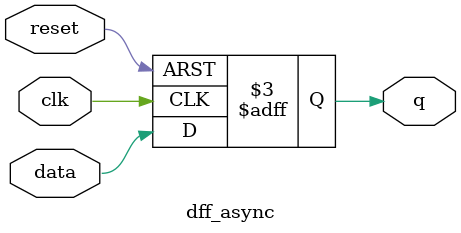
<source format=v>

module dff_async(data,clk,reset,q);

input data,clk,reset;
output q;

reg q;

always @(posedge clk or negedge reset)
begin
if (~reset)
	q<=1'b0;
else 
	q<=data;
end

endmodule
</source>
